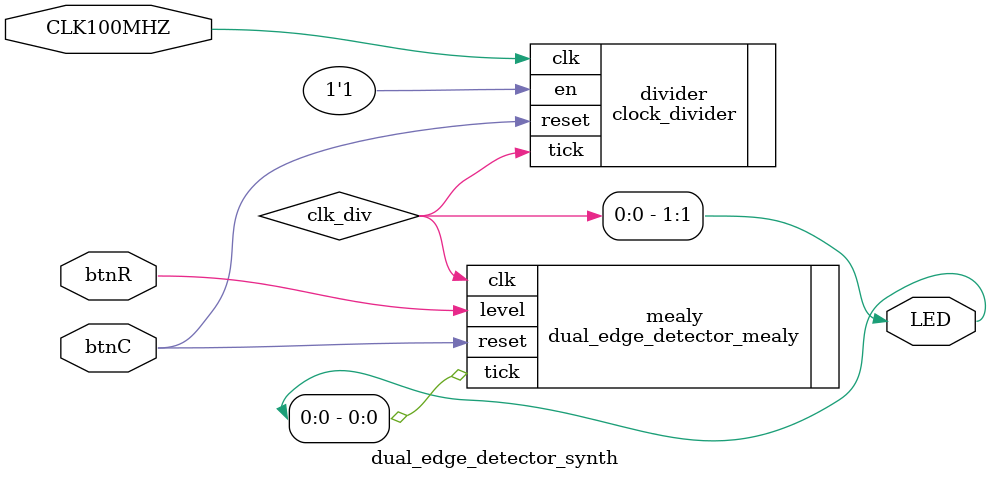
<source format=v>
`timescale 1ns / 1ps


module dual_edge_detector_synth(
    input CLK100MHZ,
    input btnC, btnR, 
    output [15:0] LED
    );
    
    wire clk_div;
    
    clock_divider #(.DVSR(100000000))divider(.clk(CLK100MHZ), .reset(btnC), .en(1'b1), .tick(clk_div));
    
    assign LED[1] = clk_div;
    
//    dual_edge_detector_moore moore(.clk(clk_div), .reset(btnC), .level(btnR), .tick(LED[0]));
    dual_edge_detector_mealy mealy(.clk(clk_div), .reset(btnC), .level(btnR), .tick(LED[0]));

    
endmodule

</source>
